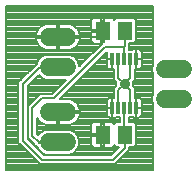
<source format=gbl>
G75*
%MOIN*%
%OFA0B0*%
%FSLAX25Y25*%
%IPPOS*%
%LPD*%
%AMOC8*
5,1,8,0,0,1.08239X$1,22.5*
%
%ADD10R,0.05118X0.05906*%
%ADD11R,0.01181X0.03937*%
%ADD12C,0.06000*%
%ADD13C,0.00787*%
%ADD14C,0.01000*%
%ADD15C,0.03575*%
D10*
X0059961Y0017608D03*
X0067441Y0017608D03*
X0067441Y0052293D03*
X0059961Y0052293D03*
D11*
X0063228Y0042765D03*
X0065197Y0042765D03*
X0067165Y0042765D03*
X0069134Y0042765D03*
X0071102Y0042765D03*
X0071102Y0026623D03*
X0069134Y0026623D03*
X0067165Y0026623D03*
X0065197Y0026623D03*
X0063228Y0026623D03*
D12*
X0048000Y0025167D02*
X0042000Y0025167D01*
X0042000Y0015167D02*
X0048000Y0015167D01*
X0080661Y0029576D02*
X0086661Y0029576D01*
X0086661Y0039576D02*
X0080661Y0039576D01*
X0048000Y0040167D02*
X0042000Y0040167D01*
X0042000Y0050167D02*
X0048000Y0050167D01*
D13*
X0027693Y0060663D02*
X0027693Y0005970D01*
X0076693Y0005970D01*
X0076693Y0028231D01*
X0076480Y0028744D01*
X0076480Y0030408D01*
X0076693Y0030921D01*
X0076693Y0038231D01*
X0076480Y0038744D01*
X0076480Y0040408D01*
X0076693Y0040921D01*
X0076693Y0060663D01*
X0027693Y0060663D01*
X0027693Y0060330D02*
X0076693Y0060330D01*
X0076693Y0059544D02*
X0027693Y0059544D01*
X0027693Y0058758D02*
X0076693Y0058758D01*
X0076693Y0057972D02*
X0027693Y0057972D01*
X0027693Y0057186D02*
X0076693Y0057186D01*
X0076693Y0056400D02*
X0070516Y0056400D01*
X0070489Y0056426D02*
X0064393Y0056426D01*
X0063793Y0055827D01*
X0063635Y0056101D01*
X0063375Y0056361D01*
X0063058Y0056544D01*
X0062703Y0056639D01*
X0060354Y0056639D01*
X0060354Y0052686D01*
X0059567Y0052686D01*
X0059567Y0051899D01*
X0060354Y0051899D01*
X0060354Y0048592D01*
X0060214Y0048592D01*
X0059291Y0047669D01*
X0052181Y0040559D01*
X0052181Y0040998D01*
X0051545Y0042535D01*
X0050368Y0043711D01*
X0048832Y0044348D01*
X0041168Y0044348D01*
X0039632Y0043711D01*
X0038455Y0042535D01*
X0037931Y0041270D01*
X0031811Y0035150D01*
X0031811Y0014947D01*
X0032734Y0014025D01*
X0039033Y0007726D01*
X0063959Y0007726D01*
X0067896Y0011663D01*
X0068819Y0012585D01*
X0068819Y0013474D01*
X0070489Y0013474D01*
X0071181Y0014166D01*
X0071181Y0021050D01*
X0070489Y0021741D01*
X0068740Y0021741D01*
X0068740Y0023474D01*
X0069770Y0023474D01*
X0069974Y0023356D01*
X0070328Y0023261D01*
X0071102Y0023261D01*
X0071102Y0026623D01*
X0071102Y0026623D01*
X0071102Y0023261D01*
X0071876Y0023261D01*
X0072231Y0023356D01*
X0072549Y0023540D01*
X0072808Y0023799D01*
X0072992Y0024117D01*
X0073087Y0024471D01*
X0073087Y0026623D01*
X0071102Y0026623D01*
X0071102Y0029986D01*
X0070709Y0029986D01*
X0070709Y0033260D01*
X0070168Y0033800D01*
X0070213Y0033907D01*
X0070213Y0035088D01*
X0070168Y0035195D01*
X0070709Y0035735D01*
X0070709Y0039403D01*
X0071102Y0039403D01*
X0071102Y0042765D01*
X0071102Y0042765D01*
X0071102Y0046127D01*
X0070328Y0046127D01*
X0069974Y0046032D01*
X0069770Y0045915D01*
X0068740Y0045915D01*
X0068740Y0046365D01*
X0068819Y0046443D01*
X0068819Y0048159D01*
X0070489Y0048159D01*
X0071181Y0048851D01*
X0071181Y0055735D01*
X0070489Y0056426D01*
X0071181Y0055614D02*
X0076693Y0055614D01*
X0076693Y0054828D02*
X0071181Y0054828D01*
X0071181Y0054042D02*
X0076693Y0054042D01*
X0076693Y0053257D02*
X0071181Y0053257D01*
X0071181Y0052471D02*
X0076693Y0052471D01*
X0076693Y0051685D02*
X0071181Y0051685D01*
X0071181Y0050899D02*
X0076693Y0050899D01*
X0076693Y0050113D02*
X0071181Y0050113D01*
X0071181Y0049327D02*
X0076693Y0049327D01*
X0076693Y0048541D02*
X0070872Y0048541D01*
X0068819Y0047755D02*
X0076693Y0047755D01*
X0076693Y0046969D02*
X0068819Y0046969D01*
X0068740Y0046183D02*
X0076693Y0046183D01*
X0076693Y0045397D02*
X0072919Y0045397D01*
X0072992Y0045272D02*
X0072808Y0045589D01*
X0072549Y0045849D01*
X0072231Y0046032D01*
X0071876Y0046127D01*
X0071102Y0046127D01*
X0071102Y0042765D01*
X0071102Y0042765D01*
X0071102Y0039403D01*
X0071876Y0039403D01*
X0072231Y0039498D01*
X0072549Y0039681D01*
X0072808Y0039941D01*
X0072992Y0040259D01*
X0073087Y0040613D01*
X0073087Y0042765D01*
X0071102Y0042765D01*
X0071102Y0042765D01*
X0073087Y0042765D01*
X0073087Y0044917D01*
X0072992Y0045272D01*
X0073087Y0044612D02*
X0076693Y0044612D01*
X0076693Y0043826D02*
X0073087Y0043826D01*
X0073087Y0043040D02*
X0076693Y0043040D01*
X0076693Y0042254D02*
X0073087Y0042254D01*
X0073087Y0041468D02*
X0076693Y0041468D01*
X0076594Y0040682D02*
X0073087Y0040682D01*
X0072763Y0039896D02*
X0076480Y0039896D01*
X0076480Y0039110D02*
X0070709Y0039110D01*
X0070709Y0038324D02*
X0076654Y0038324D01*
X0076693Y0037538D02*
X0070709Y0037538D01*
X0070709Y0036752D02*
X0076693Y0036752D01*
X0076693Y0035966D02*
X0070709Y0035966D01*
X0070174Y0035181D02*
X0076693Y0035181D01*
X0076693Y0034395D02*
X0070213Y0034395D01*
X0070360Y0033609D02*
X0076693Y0033609D01*
X0076693Y0032823D02*
X0070709Y0032823D01*
X0070709Y0032037D02*
X0076693Y0032037D01*
X0076693Y0031251D02*
X0070709Y0031251D01*
X0070709Y0030465D02*
X0076504Y0030465D01*
X0076480Y0029679D02*
X0072577Y0029679D01*
X0072549Y0029707D02*
X0072231Y0029891D01*
X0071876Y0029986D01*
X0071102Y0029986D01*
X0071102Y0026623D01*
X0071102Y0026623D01*
X0071102Y0026623D01*
X0073087Y0026623D01*
X0073087Y0028775D01*
X0072992Y0029130D01*
X0072808Y0029448D01*
X0072549Y0029707D01*
X0073055Y0028893D02*
X0076480Y0028893D01*
X0076693Y0028107D02*
X0073087Y0028107D01*
X0073087Y0027321D02*
X0076693Y0027321D01*
X0076693Y0026536D02*
X0073087Y0026536D01*
X0073087Y0025750D02*
X0076693Y0025750D01*
X0076693Y0024964D02*
X0073087Y0024964D01*
X0073008Y0024178D02*
X0076693Y0024178D01*
X0076693Y0023392D02*
X0072293Y0023392D01*
X0071102Y0023392D02*
X0071102Y0023392D01*
X0071102Y0024178D02*
X0071102Y0024178D01*
X0071102Y0024964D02*
X0071102Y0024964D01*
X0071102Y0025750D02*
X0071102Y0025750D01*
X0071102Y0026536D02*
X0071102Y0026536D01*
X0071102Y0027321D02*
X0071102Y0027321D01*
X0071102Y0028107D02*
X0071102Y0028107D01*
X0071102Y0028893D02*
X0071102Y0028893D01*
X0071102Y0029679D02*
X0071102Y0029679D01*
X0069134Y0032608D02*
X0067244Y0034497D01*
X0069134Y0036387D01*
X0069134Y0042765D01*
X0067165Y0042765D02*
X0067165Y0045521D01*
X0067165Y0047017D01*
X0060866Y0047017D01*
X0050709Y0036860D01*
X0043622Y0029773D01*
X0039685Y0029773D01*
X0036535Y0026623D01*
X0036535Y0017175D01*
X0038672Y0015038D01*
X0038898Y0014812D01*
X0037975Y0013357D02*
X0036991Y0014342D01*
X0036991Y0014492D01*
X0034961Y0016522D01*
X0034961Y0027276D01*
X0039033Y0031348D01*
X0042970Y0031348D01*
X0047608Y0035986D01*
X0041168Y0035986D01*
X0039632Y0036622D01*
X0038685Y0037569D01*
X0034961Y0033845D01*
X0034961Y0016252D01*
X0040337Y0010875D01*
X0062655Y0010875D01*
X0065253Y0013474D01*
X0064393Y0013474D01*
X0063793Y0014073D01*
X0063635Y0013799D01*
X0063375Y0013540D01*
X0063058Y0013356D01*
X0062703Y0013261D01*
X0060354Y0013261D01*
X0060354Y0017214D01*
X0059567Y0017214D01*
X0056008Y0017214D01*
X0056008Y0014471D01*
X0056103Y0014117D01*
X0056286Y0013799D01*
X0056546Y0013540D01*
X0056864Y0013356D01*
X0057218Y0013261D01*
X0059567Y0013261D01*
X0059567Y0017214D01*
X0059567Y0018001D01*
X0056008Y0018001D01*
X0056008Y0020744D01*
X0056103Y0021098D01*
X0056286Y0021416D01*
X0056546Y0021676D01*
X0056864Y0021859D01*
X0057218Y0021954D01*
X0059567Y0021954D01*
X0059567Y0018001D01*
X0060354Y0018001D01*
X0060354Y0021954D01*
X0062703Y0021954D01*
X0063058Y0021859D01*
X0063375Y0021676D01*
X0063635Y0021416D01*
X0063793Y0021142D01*
X0064393Y0021741D01*
X0065591Y0021741D01*
X0065591Y0023474D01*
X0064561Y0023474D01*
X0064357Y0023356D01*
X0064002Y0023261D01*
X0063228Y0023261D01*
X0063228Y0026623D01*
X0063228Y0026623D01*
X0061244Y0026623D01*
X0061244Y0024471D01*
X0061339Y0024117D01*
X0061523Y0023799D01*
X0061782Y0023540D01*
X0062100Y0023356D01*
X0062454Y0023261D01*
X0063228Y0023261D01*
X0063228Y0026623D01*
X0063228Y0026623D01*
X0061244Y0026623D01*
X0061244Y0028775D01*
X0061339Y0029130D01*
X0061523Y0029448D01*
X0061782Y0029707D01*
X0062100Y0029891D01*
X0062454Y0029986D01*
X0063228Y0029986D01*
X0063228Y0026623D01*
X0063228Y0026623D01*
X0063228Y0029986D01*
X0063622Y0029986D01*
X0063622Y0033102D01*
X0064320Y0033800D01*
X0064276Y0033907D01*
X0064276Y0035088D01*
X0064320Y0035195D01*
X0063622Y0035892D01*
X0063622Y0039403D01*
X0063228Y0039403D01*
X0063228Y0042765D01*
X0061244Y0042765D01*
X0061244Y0040613D01*
X0061339Y0040259D01*
X0061523Y0039941D01*
X0061782Y0039681D01*
X0062100Y0039498D01*
X0062454Y0039403D01*
X0063228Y0039403D01*
X0063228Y0042765D01*
X0063228Y0042765D01*
X0061244Y0042765D01*
X0061244Y0044917D01*
X0061336Y0045260D01*
X0051361Y0035285D01*
X0045637Y0029560D01*
X0048346Y0029560D01*
X0049029Y0029452D01*
X0049687Y0029238D01*
X0050303Y0028924D01*
X0050862Y0028518D01*
X0051351Y0028029D01*
X0051758Y0027469D01*
X0052072Y0026853D01*
X0052286Y0026196D01*
X0052386Y0025560D01*
X0045394Y0025560D01*
X0045394Y0024773D01*
X0052386Y0024773D01*
X0052286Y0024138D01*
X0052072Y0023480D01*
X0051758Y0022864D01*
X0051351Y0022304D01*
X0050862Y0021815D01*
X0050303Y0021409D01*
X0049687Y0021095D01*
X0049029Y0020881D01*
X0048346Y0020773D01*
X0045394Y0020773D01*
X0045394Y0024773D01*
X0044606Y0024773D01*
X0044606Y0020773D01*
X0041654Y0020773D01*
X0040971Y0020881D01*
X0040313Y0021095D01*
X0039697Y0021409D01*
X0039138Y0021815D01*
X0038649Y0022304D01*
X0038242Y0022864D01*
X0038110Y0023123D01*
X0038110Y0017827D01*
X0038440Y0017497D01*
X0038455Y0017535D01*
X0039632Y0018711D01*
X0041168Y0019348D01*
X0048832Y0019348D01*
X0050368Y0018711D01*
X0051545Y0017535D01*
X0052181Y0015998D01*
X0052181Y0014335D01*
X0051545Y0012798D01*
X0050368Y0011622D01*
X0048832Y0010986D01*
X0041168Y0010986D01*
X0039632Y0011622D01*
X0038455Y0012798D01*
X0038273Y0013238D01*
X0038245Y0013238D01*
X0038126Y0013357D01*
X0037975Y0013357D01*
X0038038Y0013175D02*
X0038299Y0013175D01*
X0038824Y0012389D02*
X0038865Y0012389D01*
X0039609Y0011603D02*
X0039677Y0011603D01*
X0039685Y0009301D02*
X0033386Y0015600D01*
X0033386Y0034497D01*
X0039055Y0040167D01*
X0045000Y0040167D01*
X0039501Y0036752D02*
X0037868Y0036752D01*
X0037082Y0035966D02*
X0047588Y0035966D01*
X0046803Y0035181D02*
X0036296Y0035181D01*
X0035510Y0034395D02*
X0046017Y0034395D01*
X0045231Y0033609D02*
X0034961Y0033609D01*
X0034961Y0032823D02*
X0044445Y0032823D01*
X0043659Y0032037D02*
X0034961Y0032037D01*
X0034961Y0031251D02*
X0038936Y0031251D01*
X0038150Y0030465D02*
X0034961Y0030465D01*
X0034961Y0029679D02*
X0037364Y0029679D01*
X0036578Y0028893D02*
X0034961Y0028893D01*
X0034961Y0028107D02*
X0035792Y0028107D01*
X0035006Y0027321D02*
X0034961Y0027321D01*
X0034961Y0026536D02*
X0034961Y0026536D01*
X0034961Y0025750D02*
X0034961Y0025750D01*
X0034961Y0024964D02*
X0034961Y0024964D01*
X0034961Y0024178D02*
X0034961Y0024178D01*
X0034961Y0023392D02*
X0034961Y0023392D01*
X0034961Y0022606D02*
X0034961Y0022606D01*
X0034961Y0021820D02*
X0034961Y0021820D01*
X0034961Y0021034D02*
X0034961Y0021034D01*
X0034961Y0020248D02*
X0034961Y0020248D01*
X0034961Y0019462D02*
X0034961Y0019462D01*
X0034961Y0018676D02*
X0034961Y0018676D01*
X0034961Y0017890D02*
X0034961Y0017890D01*
X0034961Y0017105D02*
X0034961Y0017105D01*
X0034961Y0016319D02*
X0035164Y0016319D01*
X0035680Y0015533D02*
X0035950Y0015533D01*
X0036466Y0014747D02*
X0036736Y0014747D01*
X0037252Y0013961D02*
X0037372Y0013961D01*
X0034369Y0012389D02*
X0027693Y0012389D01*
X0027693Y0011603D02*
X0035155Y0011603D01*
X0035941Y0010817D02*
X0027693Y0010817D01*
X0027693Y0010031D02*
X0036727Y0010031D01*
X0037513Y0009245D02*
X0027693Y0009245D01*
X0027693Y0008460D02*
X0038299Y0008460D01*
X0039685Y0009301D02*
X0058583Y0009301D01*
X0063307Y0009301D01*
X0067244Y0013238D01*
X0067244Y0017411D01*
X0067441Y0017608D01*
X0067165Y0017883D01*
X0067165Y0026623D01*
X0065197Y0026623D02*
X0065197Y0032450D01*
X0067244Y0034497D01*
X0065197Y0036545D01*
X0065197Y0042765D01*
X0063228Y0042765D02*
X0063228Y0042765D01*
X0063228Y0042254D02*
X0063228Y0042254D01*
X0063228Y0041468D02*
X0063228Y0041468D01*
X0063228Y0040682D02*
X0063228Y0040682D01*
X0063228Y0039896D02*
X0063228Y0039896D01*
X0063622Y0039110D02*
X0055186Y0039110D01*
X0054400Y0038324D02*
X0063622Y0038324D01*
X0063622Y0037538D02*
X0053614Y0037538D01*
X0052829Y0036752D02*
X0063622Y0036752D01*
X0063622Y0035966D02*
X0052043Y0035966D01*
X0051257Y0035181D02*
X0064314Y0035181D01*
X0064276Y0034395D02*
X0050471Y0034395D01*
X0049685Y0033609D02*
X0064128Y0033609D01*
X0063622Y0032823D02*
X0048899Y0032823D01*
X0048113Y0032037D02*
X0063622Y0032037D01*
X0063622Y0031251D02*
X0047327Y0031251D01*
X0046541Y0030465D02*
X0063622Y0030465D01*
X0063228Y0029679D02*
X0063228Y0029679D01*
X0063228Y0028893D02*
X0063228Y0028893D01*
X0063228Y0028107D02*
X0063228Y0028107D01*
X0063228Y0027321D02*
X0063228Y0027321D01*
X0063228Y0026536D02*
X0063228Y0026536D01*
X0063228Y0025750D02*
X0063228Y0025750D01*
X0063228Y0024964D02*
X0063228Y0024964D01*
X0063228Y0024178D02*
X0063228Y0024178D01*
X0063228Y0023392D02*
X0063228Y0023392D01*
X0062038Y0023392D02*
X0052027Y0023392D01*
X0052292Y0024178D02*
X0061323Y0024178D01*
X0061244Y0024964D02*
X0045394Y0024964D01*
X0045394Y0024178D02*
X0044606Y0024178D01*
X0044606Y0023392D02*
X0045394Y0023392D01*
X0045394Y0022606D02*
X0044606Y0022606D01*
X0044606Y0021820D02*
X0045394Y0021820D01*
X0045394Y0021034D02*
X0044606Y0021034D01*
X0040500Y0021034D02*
X0038110Y0021034D01*
X0038110Y0020248D02*
X0056008Y0020248D01*
X0056008Y0019462D02*
X0038110Y0019462D01*
X0038110Y0018676D02*
X0039597Y0018676D01*
X0038811Y0017890D02*
X0038110Y0017890D01*
X0038110Y0021820D02*
X0039133Y0021820D01*
X0038430Y0022606D02*
X0038110Y0022606D01*
X0031811Y0022606D02*
X0027693Y0022606D01*
X0027693Y0023392D02*
X0031811Y0023392D01*
X0031811Y0024178D02*
X0027693Y0024178D01*
X0027693Y0024964D02*
X0031811Y0024964D01*
X0031811Y0025750D02*
X0027693Y0025750D01*
X0027693Y0026536D02*
X0031811Y0026536D01*
X0031811Y0027321D02*
X0027693Y0027321D01*
X0027693Y0028107D02*
X0031811Y0028107D01*
X0031811Y0028893D02*
X0027693Y0028893D01*
X0027693Y0029679D02*
X0031811Y0029679D01*
X0031811Y0030465D02*
X0027693Y0030465D01*
X0027693Y0031251D02*
X0031811Y0031251D01*
X0031811Y0032037D02*
X0027693Y0032037D01*
X0027693Y0032823D02*
X0031811Y0032823D01*
X0031811Y0033609D02*
X0027693Y0033609D01*
X0027693Y0034395D02*
X0031811Y0034395D01*
X0031842Y0035181D02*
X0027693Y0035181D01*
X0027693Y0035966D02*
X0032628Y0035966D01*
X0033414Y0036752D02*
X0027693Y0036752D01*
X0027693Y0037538D02*
X0034200Y0037538D01*
X0034986Y0038324D02*
X0027693Y0038324D01*
X0027693Y0039110D02*
X0035771Y0039110D01*
X0036557Y0039896D02*
X0027693Y0039896D01*
X0027693Y0040682D02*
X0037343Y0040682D01*
X0038013Y0041468D02*
X0027693Y0041468D01*
X0027693Y0042254D02*
X0038339Y0042254D01*
X0038960Y0043040D02*
X0027693Y0043040D01*
X0027693Y0043826D02*
X0039908Y0043826D01*
X0040313Y0046095D02*
X0040971Y0045881D01*
X0041654Y0045773D01*
X0044606Y0045773D01*
X0044606Y0049773D01*
X0037614Y0049773D01*
X0037714Y0049138D01*
X0037928Y0048480D01*
X0038242Y0047864D01*
X0038649Y0047304D01*
X0039138Y0046815D01*
X0039697Y0046409D01*
X0040313Y0046095D01*
X0040140Y0046183D02*
X0027693Y0046183D01*
X0027693Y0045397D02*
X0057019Y0045397D01*
X0056234Y0044612D02*
X0027693Y0044612D01*
X0027693Y0046969D02*
X0038984Y0046969D01*
X0038321Y0047755D02*
X0027693Y0047755D01*
X0027693Y0048541D02*
X0037908Y0048541D01*
X0037685Y0049327D02*
X0027693Y0049327D01*
X0027693Y0050113D02*
X0044606Y0050113D01*
X0044606Y0049773D02*
X0044606Y0050560D01*
X0037614Y0050560D01*
X0037714Y0051196D01*
X0037928Y0051853D01*
X0038242Y0052469D01*
X0038649Y0053029D01*
X0039138Y0053518D01*
X0039697Y0053924D01*
X0040313Y0054238D01*
X0040971Y0054452D01*
X0041654Y0054560D01*
X0044606Y0054560D01*
X0044606Y0050560D01*
X0045394Y0050560D01*
X0052386Y0050560D01*
X0052286Y0051196D01*
X0052072Y0051853D01*
X0051758Y0052469D01*
X0051351Y0053029D01*
X0050862Y0053518D01*
X0050303Y0053924D01*
X0049687Y0054238D01*
X0049029Y0054452D01*
X0048346Y0054560D01*
X0045394Y0054560D01*
X0045394Y0050560D01*
X0045394Y0049773D01*
X0052386Y0049773D01*
X0052286Y0049138D01*
X0052072Y0048480D01*
X0051758Y0047864D01*
X0051351Y0047304D01*
X0050862Y0046815D01*
X0050303Y0046409D01*
X0049687Y0046095D01*
X0049029Y0045881D01*
X0048346Y0045773D01*
X0045394Y0045773D01*
X0045394Y0049773D01*
X0044606Y0049773D01*
X0044606Y0049327D02*
X0045394Y0049327D01*
X0045394Y0050113D02*
X0056008Y0050113D01*
X0056008Y0050899D02*
X0052333Y0050899D01*
X0052127Y0051685D02*
X0056008Y0051685D01*
X0056008Y0051899D02*
X0056008Y0049156D01*
X0056103Y0048802D01*
X0056286Y0048484D01*
X0056546Y0048225D01*
X0056864Y0048041D01*
X0057218Y0047946D01*
X0059567Y0047946D01*
X0059567Y0051899D01*
X0056008Y0051899D01*
X0056008Y0052686D02*
X0059567Y0052686D01*
X0059567Y0056639D01*
X0057218Y0056639D01*
X0056864Y0056544D01*
X0056546Y0056361D01*
X0056286Y0056101D01*
X0056103Y0055783D01*
X0056008Y0055429D01*
X0056008Y0052686D01*
X0056008Y0053257D02*
X0051124Y0053257D01*
X0051757Y0052471D02*
X0059567Y0052471D01*
X0059961Y0052293D02*
X0057835Y0050167D01*
X0045000Y0050167D01*
X0044606Y0050899D02*
X0045394Y0050899D01*
X0045394Y0051685D02*
X0044606Y0051685D01*
X0044606Y0052471D02*
X0045394Y0052471D01*
X0045394Y0053257D02*
X0044606Y0053257D01*
X0044606Y0054042D02*
X0045394Y0054042D01*
X0050071Y0054042D02*
X0056008Y0054042D01*
X0056008Y0054828D02*
X0027693Y0054828D01*
X0027693Y0054042D02*
X0039929Y0054042D01*
X0038876Y0053257D02*
X0027693Y0053257D01*
X0027693Y0052471D02*
X0038243Y0052471D01*
X0037873Y0051685D02*
X0027693Y0051685D01*
X0027693Y0050899D02*
X0037667Y0050899D01*
X0044606Y0048541D02*
X0045394Y0048541D01*
X0045394Y0047755D02*
X0044606Y0047755D01*
X0044606Y0046969D02*
X0045394Y0046969D01*
X0045394Y0046183D02*
X0044606Y0046183D01*
X0049860Y0046183D02*
X0057805Y0046183D01*
X0058591Y0046969D02*
X0051016Y0046969D01*
X0051679Y0047755D02*
X0059377Y0047755D01*
X0059567Y0048541D02*
X0060163Y0048541D01*
X0060354Y0049327D02*
X0059567Y0049327D01*
X0059567Y0050113D02*
X0060354Y0050113D01*
X0060354Y0050899D02*
X0059567Y0050899D01*
X0059567Y0051685D02*
X0060354Y0051685D01*
X0060354Y0053257D02*
X0059567Y0053257D01*
X0059567Y0054042D02*
X0060354Y0054042D01*
X0060354Y0054828D02*
X0059567Y0054828D01*
X0059567Y0055614D02*
X0060354Y0055614D01*
X0060354Y0056400D02*
X0059567Y0056400D01*
X0056614Y0056400D02*
X0027693Y0056400D01*
X0027693Y0055614D02*
X0056058Y0055614D01*
X0063307Y0056400D02*
X0064366Y0056400D01*
X0067441Y0052293D02*
X0067165Y0052017D01*
X0067244Y0051938D01*
X0067244Y0047096D01*
X0067165Y0047017D01*
X0071102Y0045397D02*
X0071102Y0045397D01*
X0071102Y0044612D02*
X0071102Y0044612D01*
X0071102Y0043826D02*
X0071102Y0043826D01*
X0071102Y0043040D02*
X0071102Y0043040D01*
X0071102Y0042254D02*
X0071102Y0042254D01*
X0071102Y0041468D02*
X0071102Y0041468D01*
X0071102Y0040682D02*
X0071102Y0040682D01*
X0071102Y0039896D02*
X0071102Y0039896D01*
X0061567Y0039896D02*
X0055972Y0039896D01*
X0056758Y0040682D02*
X0061244Y0040682D01*
X0061244Y0041468D02*
X0057544Y0041468D01*
X0058330Y0042254D02*
X0061244Y0042254D01*
X0061244Y0043040D02*
X0059116Y0043040D01*
X0059902Y0043826D02*
X0061244Y0043826D01*
X0061244Y0044612D02*
X0060688Y0044612D01*
X0055448Y0043826D02*
X0050092Y0043826D01*
X0051040Y0043040D02*
X0054662Y0043040D01*
X0053876Y0042254D02*
X0051661Y0042254D01*
X0051987Y0041468D02*
X0053090Y0041468D01*
X0052304Y0040682D02*
X0052181Y0040682D01*
X0052092Y0048541D02*
X0056253Y0048541D01*
X0056008Y0049327D02*
X0052315Y0049327D01*
X0038715Y0037538D02*
X0038654Y0037538D01*
X0045755Y0029679D02*
X0061754Y0029679D01*
X0061276Y0028893D02*
X0050346Y0028893D01*
X0051273Y0028107D02*
X0061244Y0028107D01*
X0061244Y0027321D02*
X0051833Y0027321D01*
X0052175Y0026536D02*
X0061244Y0026536D01*
X0061244Y0025750D02*
X0052356Y0025750D01*
X0051570Y0022606D02*
X0065591Y0022606D01*
X0065591Y0023392D02*
X0064419Y0023392D01*
X0065591Y0021820D02*
X0063125Y0021820D01*
X0060354Y0021820D02*
X0059567Y0021820D01*
X0059567Y0021034D02*
X0060354Y0021034D01*
X0060354Y0020248D02*
X0059567Y0020248D01*
X0059567Y0019462D02*
X0060354Y0019462D01*
X0060354Y0018676D02*
X0059567Y0018676D01*
X0059567Y0017890D02*
X0051189Y0017890D01*
X0051723Y0017105D02*
X0056008Y0017105D01*
X0056008Y0016319D02*
X0052048Y0016319D01*
X0052181Y0015533D02*
X0056008Y0015533D01*
X0056008Y0014747D02*
X0052181Y0014747D01*
X0052026Y0013961D02*
X0056193Y0013961D01*
X0059567Y0013961D02*
X0060354Y0013961D01*
X0060354Y0014747D02*
X0059567Y0014747D01*
X0059567Y0015533D02*
X0060354Y0015533D01*
X0060354Y0016319D02*
X0059567Y0016319D01*
X0059567Y0017105D02*
X0060354Y0017105D01*
X0056008Y0018676D02*
X0050403Y0018676D01*
X0049500Y0021034D02*
X0056086Y0021034D01*
X0056796Y0021820D02*
X0050867Y0021820D01*
X0063728Y0013961D02*
X0063905Y0013961D01*
X0064954Y0013175D02*
X0051701Y0013175D01*
X0051135Y0012389D02*
X0064169Y0012389D01*
X0063383Y0011603D02*
X0050323Y0011603D01*
X0064693Y0008460D02*
X0076693Y0008460D01*
X0076693Y0009245D02*
X0065479Y0009245D01*
X0066265Y0010031D02*
X0076693Y0010031D01*
X0076693Y0010817D02*
X0067051Y0010817D01*
X0067837Y0011603D02*
X0076693Y0011603D01*
X0076693Y0012389D02*
X0068623Y0012389D01*
X0068819Y0013175D02*
X0076693Y0013175D01*
X0076693Y0013961D02*
X0070976Y0013961D01*
X0071181Y0014747D02*
X0076693Y0014747D01*
X0076693Y0015533D02*
X0071181Y0015533D01*
X0071181Y0016319D02*
X0076693Y0016319D01*
X0076693Y0017105D02*
X0071181Y0017105D01*
X0071181Y0017890D02*
X0076693Y0017890D01*
X0076693Y0018676D02*
X0071181Y0018676D01*
X0071181Y0019462D02*
X0076693Y0019462D01*
X0076693Y0020248D02*
X0071181Y0020248D01*
X0071181Y0021034D02*
X0076693Y0021034D01*
X0076693Y0021820D02*
X0068740Y0021820D01*
X0068740Y0022606D02*
X0076693Y0022606D01*
X0069912Y0023392D02*
X0068740Y0023392D01*
X0069134Y0026623D02*
X0069134Y0032608D01*
X0033583Y0013175D02*
X0027693Y0013175D01*
X0027693Y0013961D02*
X0032798Y0013961D01*
X0032734Y0014025D02*
X0032734Y0014025D01*
X0032012Y0014747D02*
X0027693Y0014747D01*
X0027693Y0015533D02*
X0031811Y0015533D01*
X0031811Y0016319D02*
X0027693Y0016319D01*
X0027693Y0017105D02*
X0031811Y0017105D01*
X0031811Y0017890D02*
X0027693Y0017890D01*
X0027693Y0018676D02*
X0031811Y0018676D01*
X0031811Y0019462D02*
X0027693Y0019462D01*
X0027693Y0020248D02*
X0031811Y0020248D01*
X0031811Y0021034D02*
X0027693Y0021034D01*
X0027693Y0021820D02*
X0031811Y0021820D01*
X0027693Y0007674D02*
X0076693Y0007674D01*
X0076693Y0006888D02*
X0027693Y0006888D01*
X0027693Y0006102D02*
X0076693Y0006102D01*
D14*
X0045000Y0015167D02*
X0044300Y0015267D01*
X0038900Y0015267D01*
X0038672Y0015038D01*
D15*
X0067244Y0034497D03*
M02*

</source>
